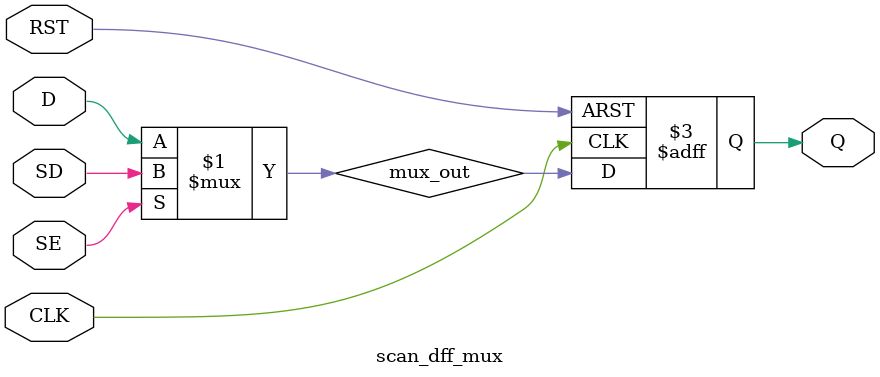
<source format=v>
`timescale 1ns/1ps

module scan_dff_mux (
    input  wire D,     // Normal data input
    input  wire SD,    // Scan data input
    input  wire SE,    // Scan enable (mux select)
    input  wire CLK,   // Clock
    input  wire RST,   // Asynchronous active-high reset
    output reg  Q      // Output
);

    wire mux_out;

    // 2:1 MUX: If SE == 1, select SD; else select D
    assign mux_out = SE ? SD : D;

    // Positive-edge triggered DFF with async reset
    always @(posedge CLK or posedge RST) begin
        if (RST)
            Q <= 1'b0;
        else
            Q <= mux_out;
    end

endmodule


</source>
